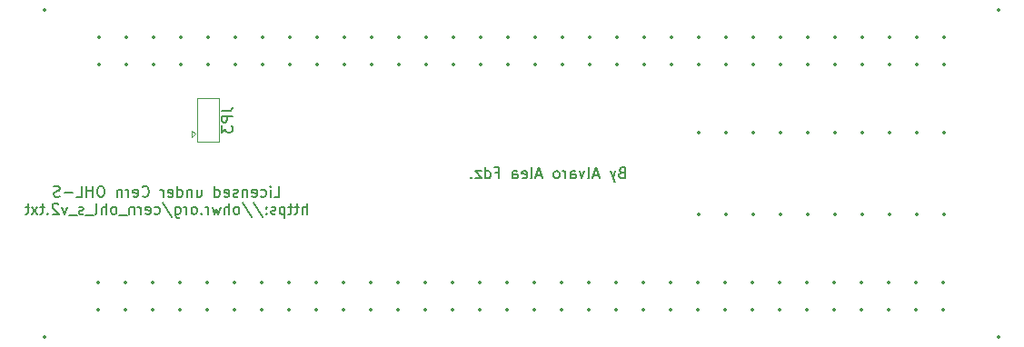
<source format=gbr>
%TF.GenerationSoftware,KiCad,Pcbnew,8.0.6+1*%
%TF.CreationDate,2024-12-06T18:57:37+01:00*%
%TF.ProjectId,qlexternal512kram_MIX,716c6578-7465-4726-9e61-6c3531326b72,3*%
%TF.SameCoordinates,Original*%
%TF.FileFunction,Legend,Bot*%
%TF.FilePolarity,Positive*%
%FSLAX46Y46*%
G04 Gerber Fmt 4.6, Leading zero omitted, Abs format (unit mm)*
G04 Created by KiCad (PCBNEW 8.0.6+1) date 2024-12-06 18:57:37*
%MOMM*%
%LPD*%
G01*
G04 APERTURE LIST*
%ADD10C,0.150000*%
%ADD11C,0.120000*%
%ADD12C,0.350000*%
G04 APERTURE END LIST*
D10*
X118680001Y-72674847D02*
X119156191Y-72674847D01*
X119156191Y-72674847D02*
X119156191Y-71674847D01*
X118346667Y-72674847D02*
X118346667Y-72008180D01*
X118346667Y-71674847D02*
X118394286Y-71722466D01*
X118394286Y-71722466D02*
X118346667Y-71770085D01*
X118346667Y-71770085D02*
X118299048Y-71722466D01*
X118299048Y-71722466D02*
X118346667Y-71674847D01*
X118346667Y-71674847D02*
X118346667Y-71770085D01*
X117441906Y-72627228D02*
X117537144Y-72674847D01*
X117537144Y-72674847D02*
X117727620Y-72674847D01*
X117727620Y-72674847D02*
X117822858Y-72627228D01*
X117822858Y-72627228D02*
X117870477Y-72579608D01*
X117870477Y-72579608D02*
X117918096Y-72484370D01*
X117918096Y-72484370D02*
X117918096Y-72198656D01*
X117918096Y-72198656D02*
X117870477Y-72103418D01*
X117870477Y-72103418D02*
X117822858Y-72055799D01*
X117822858Y-72055799D02*
X117727620Y-72008180D01*
X117727620Y-72008180D02*
X117537144Y-72008180D01*
X117537144Y-72008180D02*
X117441906Y-72055799D01*
X116632382Y-72627228D02*
X116727620Y-72674847D01*
X116727620Y-72674847D02*
X116918096Y-72674847D01*
X116918096Y-72674847D02*
X117013334Y-72627228D01*
X117013334Y-72627228D02*
X117060953Y-72531989D01*
X117060953Y-72531989D02*
X117060953Y-72151037D01*
X117060953Y-72151037D02*
X117013334Y-72055799D01*
X117013334Y-72055799D02*
X116918096Y-72008180D01*
X116918096Y-72008180D02*
X116727620Y-72008180D01*
X116727620Y-72008180D02*
X116632382Y-72055799D01*
X116632382Y-72055799D02*
X116584763Y-72151037D01*
X116584763Y-72151037D02*
X116584763Y-72246275D01*
X116584763Y-72246275D02*
X117060953Y-72341513D01*
X116156191Y-72008180D02*
X116156191Y-72674847D01*
X116156191Y-72103418D02*
X116108572Y-72055799D01*
X116108572Y-72055799D02*
X116013334Y-72008180D01*
X116013334Y-72008180D02*
X115870477Y-72008180D01*
X115870477Y-72008180D02*
X115775239Y-72055799D01*
X115775239Y-72055799D02*
X115727620Y-72151037D01*
X115727620Y-72151037D02*
X115727620Y-72674847D01*
X115299048Y-72627228D02*
X115203810Y-72674847D01*
X115203810Y-72674847D02*
X115013334Y-72674847D01*
X115013334Y-72674847D02*
X114918096Y-72627228D01*
X114918096Y-72627228D02*
X114870477Y-72531989D01*
X114870477Y-72531989D02*
X114870477Y-72484370D01*
X114870477Y-72484370D02*
X114918096Y-72389132D01*
X114918096Y-72389132D02*
X115013334Y-72341513D01*
X115013334Y-72341513D02*
X115156191Y-72341513D01*
X115156191Y-72341513D02*
X115251429Y-72293894D01*
X115251429Y-72293894D02*
X115299048Y-72198656D01*
X115299048Y-72198656D02*
X115299048Y-72151037D01*
X115299048Y-72151037D02*
X115251429Y-72055799D01*
X115251429Y-72055799D02*
X115156191Y-72008180D01*
X115156191Y-72008180D02*
X115013334Y-72008180D01*
X115013334Y-72008180D02*
X114918096Y-72055799D01*
X114060953Y-72627228D02*
X114156191Y-72674847D01*
X114156191Y-72674847D02*
X114346667Y-72674847D01*
X114346667Y-72674847D02*
X114441905Y-72627228D01*
X114441905Y-72627228D02*
X114489524Y-72531989D01*
X114489524Y-72531989D02*
X114489524Y-72151037D01*
X114489524Y-72151037D02*
X114441905Y-72055799D01*
X114441905Y-72055799D02*
X114346667Y-72008180D01*
X114346667Y-72008180D02*
X114156191Y-72008180D01*
X114156191Y-72008180D02*
X114060953Y-72055799D01*
X114060953Y-72055799D02*
X114013334Y-72151037D01*
X114013334Y-72151037D02*
X114013334Y-72246275D01*
X114013334Y-72246275D02*
X114489524Y-72341513D01*
X113156191Y-72674847D02*
X113156191Y-71674847D01*
X113156191Y-72627228D02*
X113251429Y-72674847D01*
X113251429Y-72674847D02*
X113441905Y-72674847D01*
X113441905Y-72674847D02*
X113537143Y-72627228D01*
X113537143Y-72627228D02*
X113584762Y-72579608D01*
X113584762Y-72579608D02*
X113632381Y-72484370D01*
X113632381Y-72484370D02*
X113632381Y-72198656D01*
X113632381Y-72198656D02*
X113584762Y-72103418D01*
X113584762Y-72103418D02*
X113537143Y-72055799D01*
X113537143Y-72055799D02*
X113441905Y-72008180D01*
X113441905Y-72008180D02*
X113251429Y-72008180D01*
X113251429Y-72008180D02*
X113156191Y-72055799D01*
X111489524Y-72008180D02*
X111489524Y-72674847D01*
X111918095Y-72008180D02*
X111918095Y-72531989D01*
X111918095Y-72531989D02*
X111870476Y-72627228D01*
X111870476Y-72627228D02*
X111775238Y-72674847D01*
X111775238Y-72674847D02*
X111632381Y-72674847D01*
X111632381Y-72674847D02*
X111537143Y-72627228D01*
X111537143Y-72627228D02*
X111489524Y-72579608D01*
X111013333Y-72008180D02*
X111013333Y-72674847D01*
X111013333Y-72103418D02*
X110965714Y-72055799D01*
X110965714Y-72055799D02*
X110870476Y-72008180D01*
X110870476Y-72008180D02*
X110727619Y-72008180D01*
X110727619Y-72008180D02*
X110632381Y-72055799D01*
X110632381Y-72055799D02*
X110584762Y-72151037D01*
X110584762Y-72151037D02*
X110584762Y-72674847D01*
X109680000Y-72674847D02*
X109680000Y-71674847D01*
X109680000Y-72627228D02*
X109775238Y-72674847D01*
X109775238Y-72674847D02*
X109965714Y-72674847D01*
X109965714Y-72674847D02*
X110060952Y-72627228D01*
X110060952Y-72627228D02*
X110108571Y-72579608D01*
X110108571Y-72579608D02*
X110156190Y-72484370D01*
X110156190Y-72484370D02*
X110156190Y-72198656D01*
X110156190Y-72198656D02*
X110108571Y-72103418D01*
X110108571Y-72103418D02*
X110060952Y-72055799D01*
X110060952Y-72055799D02*
X109965714Y-72008180D01*
X109965714Y-72008180D02*
X109775238Y-72008180D01*
X109775238Y-72008180D02*
X109680000Y-72055799D01*
X108822857Y-72627228D02*
X108918095Y-72674847D01*
X108918095Y-72674847D02*
X109108571Y-72674847D01*
X109108571Y-72674847D02*
X109203809Y-72627228D01*
X109203809Y-72627228D02*
X109251428Y-72531989D01*
X109251428Y-72531989D02*
X109251428Y-72151037D01*
X109251428Y-72151037D02*
X109203809Y-72055799D01*
X109203809Y-72055799D02*
X109108571Y-72008180D01*
X109108571Y-72008180D02*
X108918095Y-72008180D01*
X108918095Y-72008180D02*
X108822857Y-72055799D01*
X108822857Y-72055799D02*
X108775238Y-72151037D01*
X108775238Y-72151037D02*
X108775238Y-72246275D01*
X108775238Y-72246275D02*
X109251428Y-72341513D01*
X108346666Y-72674847D02*
X108346666Y-72008180D01*
X108346666Y-72198656D02*
X108299047Y-72103418D01*
X108299047Y-72103418D02*
X108251428Y-72055799D01*
X108251428Y-72055799D02*
X108156190Y-72008180D01*
X108156190Y-72008180D02*
X108060952Y-72008180D01*
X106394285Y-72579608D02*
X106441904Y-72627228D01*
X106441904Y-72627228D02*
X106584761Y-72674847D01*
X106584761Y-72674847D02*
X106679999Y-72674847D01*
X106679999Y-72674847D02*
X106822856Y-72627228D01*
X106822856Y-72627228D02*
X106918094Y-72531989D01*
X106918094Y-72531989D02*
X106965713Y-72436751D01*
X106965713Y-72436751D02*
X107013332Y-72246275D01*
X107013332Y-72246275D02*
X107013332Y-72103418D01*
X107013332Y-72103418D02*
X106965713Y-71912942D01*
X106965713Y-71912942D02*
X106918094Y-71817704D01*
X106918094Y-71817704D02*
X106822856Y-71722466D01*
X106822856Y-71722466D02*
X106679999Y-71674847D01*
X106679999Y-71674847D02*
X106584761Y-71674847D01*
X106584761Y-71674847D02*
X106441904Y-71722466D01*
X106441904Y-71722466D02*
X106394285Y-71770085D01*
X105584761Y-72627228D02*
X105679999Y-72674847D01*
X105679999Y-72674847D02*
X105870475Y-72674847D01*
X105870475Y-72674847D02*
X105965713Y-72627228D01*
X105965713Y-72627228D02*
X106013332Y-72531989D01*
X106013332Y-72531989D02*
X106013332Y-72151037D01*
X106013332Y-72151037D02*
X105965713Y-72055799D01*
X105965713Y-72055799D02*
X105870475Y-72008180D01*
X105870475Y-72008180D02*
X105679999Y-72008180D01*
X105679999Y-72008180D02*
X105584761Y-72055799D01*
X105584761Y-72055799D02*
X105537142Y-72151037D01*
X105537142Y-72151037D02*
X105537142Y-72246275D01*
X105537142Y-72246275D02*
X106013332Y-72341513D01*
X105108570Y-72674847D02*
X105108570Y-72008180D01*
X105108570Y-72198656D02*
X105060951Y-72103418D01*
X105060951Y-72103418D02*
X105013332Y-72055799D01*
X105013332Y-72055799D02*
X104918094Y-72008180D01*
X104918094Y-72008180D02*
X104822856Y-72008180D01*
X104489522Y-72008180D02*
X104489522Y-72674847D01*
X104489522Y-72103418D02*
X104441903Y-72055799D01*
X104441903Y-72055799D02*
X104346665Y-72008180D01*
X104346665Y-72008180D02*
X104203808Y-72008180D01*
X104203808Y-72008180D02*
X104108570Y-72055799D01*
X104108570Y-72055799D02*
X104060951Y-72151037D01*
X104060951Y-72151037D02*
X104060951Y-72674847D01*
X102632379Y-71674847D02*
X102441903Y-71674847D01*
X102441903Y-71674847D02*
X102346665Y-71722466D01*
X102346665Y-71722466D02*
X102251427Y-71817704D01*
X102251427Y-71817704D02*
X102203808Y-72008180D01*
X102203808Y-72008180D02*
X102203808Y-72341513D01*
X102203808Y-72341513D02*
X102251427Y-72531989D01*
X102251427Y-72531989D02*
X102346665Y-72627228D01*
X102346665Y-72627228D02*
X102441903Y-72674847D01*
X102441903Y-72674847D02*
X102632379Y-72674847D01*
X102632379Y-72674847D02*
X102727617Y-72627228D01*
X102727617Y-72627228D02*
X102822855Y-72531989D01*
X102822855Y-72531989D02*
X102870474Y-72341513D01*
X102870474Y-72341513D02*
X102870474Y-72008180D01*
X102870474Y-72008180D02*
X102822855Y-71817704D01*
X102822855Y-71817704D02*
X102727617Y-71722466D01*
X102727617Y-71722466D02*
X102632379Y-71674847D01*
X101775236Y-72674847D02*
X101775236Y-71674847D01*
X101775236Y-72151037D02*
X101203808Y-72151037D01*
X101203808Y-72674847D02*
X101203808Y-71674847D01*
X100251427Y-72674847D02*
X100727617Y-72674847D01*
X100727617Y-72674847D02*
X100727617Y-71674847D01*
X99918093Y-72293894D02*
X99156189Y-72293894D01*
X98727617Y-72627228D02*
X98584760Y-72674847D01*
X98584760Y-72674847D02*
X98346665Y-72674847D01*
X98346665Y-72674847D02*
X98251427Y-72627228D01*
X98251427Y-72627228D02*
X98203808Y-72579608D01*
X98203808Y-72579608D02*
X98156189Y-72484370D01*
X98156189Y-72484370D02*
X98156189Y-72389132D01*
X98156189Y-72389132D02*
X98203808Y-72293894D01*
X98203808Y-72293894D02*
X98251427Y-72246275D01*
X98251427Y-72246275D02*
X98346665Y-72198656D01*
X98346665Y-72198656D02*
X98537141Y-72151037D01*
X98537141Y-72151037D02*
X98632379Y-72103418D01*
X98632379Y-72103418D02*
X98679998Y-72055799D01*
X98679998Y-72055799D02*
X98727617Y-71960561D01*
X98727617Y-71960561D02*
X98727617Y-71865323D01*
X98727617Y-71865323D02*
X98679998Y-71770085D01*
X98679998Y-71770085D02*
X98632379Y-71722466D01*
X98632379Y-71722466D02*
X98537141Y-71674847D01*
X98537141Y-71674847D02*
X98299046Y-71674847D01*
X98299046Y-71674847D02*
X98156189Y-71722466D01*
X121727620Y-74284791D02*
X121727620Y-73284791D01*
X121299049Y-74284791D02*
X121299049Y-73760981D01*
X121299049Y-73760981D02*
X121346668Y-73665743D01*
X121346668Y-73665743D02*
X121441906Y-73618124D01*
X121441906Y-73618124D02*
X121584763Y-73618124D01*
X121584763Y-73618124D02*
X121680001Y-73665743D01*
X121680001Y-73665743D02*
X121727620Y-73713362D01*
X120965715Y-73618124D02*
X120584763Y-73618124D01*
X120822858Y-73284791D02*
X120822858Y-74141933D01*
X120822858Y-74141933D02*
X120775239Y-74237172D01*
X120775239Y-74237172D02*
X120680001Y-74284791D01*
X120680001Y-74284791D02*
X120584763Y-74284791D01*
X120394286Y-73618124D02*
X120013334Y-73618124D01*
X120251429Y-73284791D02*
X120251429Y-74141933D01*
X120251429Y-74141933D02*
X120203810Y-74237172D01*
X120203810Y-74237172D02*
X120108572Y-74284791D01*
X120108572Y-74284791D02*
X120013334Y-74284791D01*
X119680000Y-73618124D02*
X119680000Y-74618124D01*
X119680000Y-73665743D02*
X119584762Y-73618124D01*
X119584762Y-73618124D02*
X119394286Y-73618124D01*
X119394286Y-73618124D02*
X119299048Y-73665743D01*
X119299048Y-73665743D02*
X119251429Y-73713362D01*
X119251429Y-73713362D02*
X119203810Y-73808600D01*
X119203810Y-73808600D02*
X119203810Y-74094314D01*
X119203810Y-74094314D02*
X119251429Y-74189552D01*
X119251429Y-74189552D02*
X119299048Y-74237172D01*
X119299048Y-74237172D02*
X119394286Y-74284791D01*
X119394286Y-74284791D02*
X119584762Y-74284791D01*
X119584762Y-74284791D02*
X119680000Y-74237172D01*
X118822857Y-74237172D02*
X118727619Y-74284791D01*
X118727619Y-74284791D02*
X118537143Y-74284791D01*
X118537143Y-74284791D02*
X118441905Y-74237172D01*
X118441905Y-74237172D02*
X118394286Y-74141933D01*
X118394286Y-74141933D02*
X118394286Y-74094314D01*
X118394286Y-74094314D02*
X118441905Y-73999076D01*
X118441905Y-73999076D02*
X118537143Y-73951457D01*
X118537143Y-73951457D02*
X118680000Y-73951457D01*
X118680000Y-73951457D02*
X118775238Y-73903838D01*
X118775238Y-73903838D02*
X118822857Y-73808600D01*
X118822857Y-73808600D02*
X118822857Y-73760981D01*
X118822857Y-73760981D02*
X118775238Y-73665743D01*
X118775238Y-73665743D02*
X118680000Y-73618124D01*
X118680000Y-73618124D02*
X118537143Y-73618124D01*
X118537143Y-73618124D02*
X118441905Y-73665743D01*
X117965714Y-74189552D02*
X117918095Y-74237172D01*
X117918095Y-74237172D02*
X117965714Y-74284791D01*
X117965714Y-74284791D02*
X118013333Y-74237172D01*
X118013333Y-74237172D02*
X117965714Y-74189552D01*
X117965714Y-74189552D02*
X117965714Y-74284791D01*
X117965714Y-73665743D02*
X117918095Y-73713362D01*
X117918095Y-73713362D02*
X117965714Y-73760981D01*
X117965714Y-73760981D02*
X118013333Y-73713362D01*
X118013333Y-73713362D02*
X117965714Y-73665743D01*
X117965714Y-73665743D02*
X117965714Y-73760981D01*
X116775239Y-73237172D02*
X117632381Y-74522886D01*
X115727620Y-73237172D02*
X116584762Y-74522886D01*
X115251429Y-74284791D02*
X115346667Y-74237172D01*
X115346667Y-74237172D02*
X115394286Y-74189552D01*
X115394286Y-74189552D02*
X115441905Y-74094314D01*
X115441905Y-74094314D02*
X115441905Y-73808600D01*
X115441905Y-73808600D02*
X115394286Y-73713362D01*
X115394286Y-73713362D02*
X115346667Y-73665743D01*
X115346667Y-73665743D02*
X115251429Y-73618124D01*
X115251429Y-73618124D02*
X115108572Y-73618124D01*
X115108572Y-73618124D02*
X115013334Y-73665743D01*
X115013334Y-73665743D02*
X114965715Y-73713362D01*
X114965715Y-73713362D02*
X114918096Y-73808600D01*
X114918096Y-73808600D02*
X114918096Y-74094314D01*
X114918096Y-74094314D02*
X114965715Y-74189552D01*
X114965715Y-74189552D02*
X115013334Y-74237172D01*
X115013334Y-74237172D02*
X115108572Y-74284791D01*
X115108572Y-74284791D02*
X115251429Y-74284791D01*
X114489524Y-74284791D02*
X114489524Y-73284791D01*
X114060953Y-74284791D02*
X114060953Y-73760981D01*
X114060953Y-73760981D02*
X114108572Y-73665743D01*
X114108572Y-73665743D02*
X114203810Y-73618124D01*
X114203810Y-73618124D02*
X114346667Y-73618124D01*
X114346667Y-73618124D02*
X114441905Y-73665743D01*
X114441905Y-73665743D02*
X114489524Y-73713362D01*
X113680000Y-73618124D02*
X113489524Y-74284791D01*
X113489524Y-74284791D02*
X113299048Y-73808600D01*
X113299048Y-73808600D02*
X113108572Y-74284791D01*
X113108572Y-74284791D02*
X112918096Y-73618124D01*
X112537143Y-74284791D02*
X112537143Y-73618124D01*
X112537143Y-73808600D02*
X112489524Y-73713362D01*
X112489524Y-73713362D02*
X112441905Y-73665743D01*
X112441905Y-73665743D02*
X112346667Y-73618124D01*
X112346667Y-73618124D02*
X112251429Y-73618124D01*
X111918095Y-74189552D02*
X111870476Y-74237172D01*
X111870476Y-74237172D02*
X111918095Y-74284791D01*
X111918095Y-74284791D02*
X111965714Y-74237172D01*
X111965714Y-74237172D02*
X111918095Y-74189552D01*
X111918095Y-74189552D02*
X111918095Y-74284791D01*
X111299048Y-74284791D02*
X111394286Y-74237172D01*
X111394286Y-74237172D02*
X111441905Y-74189552D01*
X111441905Y-74189552D02*
X111489524Y-74094314D01*
X111489524Y-74094314D02*
X111489524Y-73808600D01*
X111489524Y-73808600D02*
X111441905Y-73713362D01*
X111441905Y-73713362D02*
X111394286Y-73665743D01*
X111394286Y-73665743D02*
X111299048Y-73618124D01*
X111299048Y-73618124D02*
X111156191Y-73618124D01*
X111156191Y-73618124D02*
X111060953Y-73665743D01*
X111060953Y-73665743D02*
X111013334Y-73713362D01*
X111013334Y-73713362D02*
X110965715Y-73808600D01*
X110965715Y-73808600D02*
X110965715Y-74094314D01*
X110965715Y-74094314D02*
X111013334Y-74189552D01*
X111013334Y-74189552D02*
X111060953Y-74237172D01*
X111060953Y-74237172D02*
X111156191Y-74284791D01*
X111156191Y-74284791D02*
X111299048Y-74284791D01*
X110537143Y-74284791D02*
X110537143Y-73618124D01*
X110537143Y-73808600D02*
X110489524Y-73713362D01*
X110489524Y-73713362D02*
X110441905Y-73665743D01*
X110441905Y-73665743D02*
X110346667Y-73618124D01*
X110346667Y-73618124D02*
X110251429Y-73618124D01*
X109489524Y-73618124D02*
X109489524Y-74427648D01*
X109489524Y-74427648D02*
X109537143Y-74522886D01*
X109537143Y-74522886D02*
X109584762Y-74570505D01*
X109584762Y-74570505D02*
X109680000Y-74618124D01*
X109680000Y-74618124D02*
X109822857Y-74618124D01*
X109822857Y-74618124D02*
X109918095Y-74570505D01*
X109489524Y-74237172D02*
X109584762Y-74284791D01*
X109584762Y-74284791D02*
X109775238Y-74284791D01*
X109775238Y-74284791D02*
X109870476Y-74237172D01*
X109870476Y-74237172D02*
X109918095Y-74189552D01*
X109918095Y-74189552D02*
X109965714Y-74094314D01*
X109965714Y-74094314D02*
X109965714Y-73808600D01*
X109965714Y-73808600D02*
X109918095Y-73713362D01*
X109918095Y-73713362D02*
X109870476Y-73665743D01*
X109870476Y-73665743D02*
X109775238Y-73618124D01*
X109775238Y-73618124D02*
X109584762Y-73618124D01*
X109584762Y-73618124D02*
X109489524Y-73665743D01*
X108299048Y-73237172D02*
X109156190Y-74522886D01*
X107537143Y-74237172D02*
X107632381Y-74284791D01*
X107632381Y-74284791D02*
X107822857Y-74284791D01*
X107822857Y-74284791D02*
X107918095Y-74237172D01*
X107918095Y-74237172D02*
X107965714Y-74189552D01*
X107965714Y-74189552D02*
X108013333Y-74094314D01*
X108013333Y-74094314D02*
X108013333Y-73808600D01*
X108013333Y-73808600D02*
X107965714Y-73713362D01*
X107965714Y-73713362D02*
X107918095Y-73665743D01*
X107918095Y-73665743D02*
X107822857Y-73618124D01*
X107822857Y-73618124D02*
X107632381Y-73618124D01*
X107632381Y-73618124D02*
X107537143Y-73665743D01*
X106727619Y-74237172D02*
X106822857Y-74284791D01*
X106822857Y-74284791D02*
X107013333Y-74284791D01*
X107013333Y-74284791D02*
X107108571Y-74237172D01*
X107108571Y-74237172D02*
X107156190Y-74141933D01*
X107156190Y-74141933D02*
X107156190Y-73760981D01*
X107156190Y-73760981D02*
X107108571Y-73665743D01*
X107108571Y-73665743D02*
X107013333Y-73618124D01*
X107013333Y-73618124D02*
X106822857Y-73618124D01*
X106822857Y-73618124D02*
X106727619Y-73665743D01*
X106727619Y-73665743D02*
X106680000Y-73760981D01*
X106680000Y-73760981D02*
X106680000Y-73856219D01*
X106680000Y-73856219D02*
X107156190Y-73951457D01*
X106251428Y-74284791D02*
X106251428Y-73618124D01*
X106251428Y-73808600D02*
X106203809Y-73713362D01*
X106203809Y-73713362D02*
X106156190Y-73665743D01*
X106156190Y-73665743D02*
X106060952Y-73618124D01*
X106060952Y-73618124D02*
X105965714Y-73618124D01*
X105632380Y-73618124D02*
X105632380Y-74284791D01*
X105632380Y-73713362D02*
X105584761Y-73665743D01*
X105584761Y-73665743D02*
X105489523Y-73618124D01*
X105489523Y-73618124D02*
X105346666Y-73618124D01*
X105346666Y-73618124D02*
X105251428Y-73665743D01*
X105251428Y-73665743D02*
X105203809Y-73760981D01*
X105203809Y-73760981D02*
X105203809Y-74284791D01*
X104965714Y-74380029D02*
X104203809Y-74380029D01*
X103822856Y-74284791D02*
X103918094Y-74237172D01*
X103918094Y-74237172D02*
X103965713Y-74189552D01*
X103965713Y-74189552D02*
X104013332Y-74094314D01*
X104013332Y-74094314D02*
X104013332Y-73808600D01*
X104013332Y-73808600D02*
X103965713Y-73713362D01*
X103965713Y-73713362D02*
X103918094Y-73665743D01*
X103918094Y-73665743D02*
X103822856Y-73618124D01*
X103822856Y-73618124D02*
X103679999Y-73618124D01*
X103679999Y-73618124D02*
X103584761Y-73665743D01*
X103584761Y-73665743D02*
X103537142Y-73713362D01*
X103537142Y-73713362D02*
X103489523Y-73808600D01*
X103489523Y-73808600D02*
X103489523Y-74094314D01*
X103489523Y-74094314D02*
X103537142Y-74189552D01*
X103537142Y-74189552D02*
X103584761Y-74237172D01*
X103584761Y-74237172D02*
X103679999Y-74284791D01*
X103679999Y-74284791D02*
X103822856Y-74284791D01*
X103060951Y-74284791D02*
X103060951Y-73284791D01*
X102632380Y-74284791D02*
X102632380Y-73760981D01*
X102632380Y-73760981D02*
X102679999Y-73665743D01*
X102679999Y-73665743D02*
X102775237Y-73618124D01*
X102775237Y-73618124D02*
X102918094Y-73618124D01*
X102918094Y-73618124D02*
X103013332Y-73665743D01*
X103013332Y-73665743D02*
X103060951Y-73713362D01*
X102013332Y-74284791D02*
X102108570Y-74237172D01*
X102108570Y-74237172D02*
X102156189Y-74141933D01*
X102156189Y-74141933D02*
X102156189Y-73284791D01*
X101870475Y-74380029D02*
X101108570Y-74380029D01*
X100918093Y-74237172D02*
X100822855Y-74284791D01*
X100822855Y-74284791D02*
X100632379Y-74284791D01*
X100632379Y-74284791D02*
X100537141Y-74237172D01*
X100537141Y-74237172D02*
X100489522Y-74141933D01*
X100489522Y-74141933D02*
X100489522Y-74094314D01*
X100489522Y-74094314D02*
X100537141Y-73999076D01*
X100537141Y-73999076D02*
X100632379Y-73951457D01*
X100632379Y-73951457D02*
X100775236Y-73951457D01*
X100775236Y-73951457D02*
X100870474Y-73903838D01*
X100870474Y-73903838D02*
X100918093Y-73808600D01*
X100918093Y-73808600D02*
X100918093Y-73760981D01*
X100918093Y-73760981D02*
X100870474Y-73665743D01*
X100870474Y-73665743D02*
X100775236Y-73618124D01*
X100775236Y-73618124D02*
X100632379Y-73618124D01*
X100632379Y-73618124D02*
X100537141Y-73665743D01*
X100299046Y-74380029D02*
X99537141Y-74380029D01*
X99394283Y-73618124D02*
X99156188Y-74284791D01*
X99156188Y-74284791D02*
X98918093Y-73618124D01*
X98584759Y-73380029D02*
X98537140Y-73332410D01*
X98537140Y-73332410D02*
X98441902Y-73284791D01*
X98441902Y-73284791D02*
X98203807Y-73284791D01*
X98203807Y-73284791D02*
X98108569Y-73332410D01*
X98108569Y-73332410D02*
X98060950Y-73380029D01*
X98060950Y-73380029D02*
X98013331Y-73475267D01*
X98013331Y-73475267D02*
X98013331Y-73570505D01*
X98013331Y-73570505D02*
X98060950Y-73713362D01*
X98060950Y-73713362D02*
X98632378Y-74284791D01*
X98632378Y-74284791D02*
X98013331Y-74284791D01*
X97584759Y-74189552D02*
X97537140Y-74237172D01*
X97537140Y-74237172D02*
X97584759Y-74284791D01*
X97584759Y-74284791D02*
X97632378Y-74237172D01*
X97632378Y-74237172D02*
X97584759Y-74189552D01*
X97584759Y-74189552D02*
X97584759Y-74284791D01*
X97251426Y-73618124D02*
X96870474Y-73618124D01*
X97108569Y-73284791D02*
X97108569Y-74141933D01*
X97108569Y-74141933D02*
X97060950Y-74237172D01*
X97060950Y-74237172D02*
X96965712Y-74284791D01*
X96965712Y-74284791D02*
X96870474Y-74284791D01*
X96632378Y-74284791D02*
X96108569Y-73618124D01*
X96632378Y-73618124D02*
X96108569Y-74284791D01*
X95870473Y-73618124D02*
X95489521Y-73618124D01*
X95727616Y-73284791D02*
X95727616Y-74141933D01*
X95727616Y-74141933D02*
X95679997Y-74237172D01*
X95679997Y-74237172D02*
X95584759Y-74284791D01*
X95584759Y-74284791D02*
X95489521Y-74284791D01*
X151073334Y-70416009D02*
X150930477Y-70463628D01*
X150930477Y-70463628D02*
X150882858Y-70511247D01*
X150882858Y-70511247D02*
X150835239Y-70606485D01*
X150835239Y-70606485D02*
X150835239Y-70749342D01*
X150835239Y-70749342D02*
X150882858Y-70844580D01*
X150882858Y-70844580D02*
X150930477Y-70892200D01*
X150930477Y-70892200D02*
X151025715Y-70939819D01*
X151025715Y-70939819D02*
X151406667Y-70939819D01*
X151406667Y-70939819D02*
X151406667Y-69939819D01*
X151406667Y-69939819D02*
X151073334Y-69939819D01*
X151073334Y-69939819D02*
X150978096Y-69987438D01*
X150978096Y-69987438D02*
X150930477Y-70035057D01*
X150930477Y-70035057D02*
X150882858Y-70130295D01*
X150882858Y-70130295D02*
X150882858Y-70225533D01*
X150882858Y-70225533D02*
X150930477Y-70320771D01*
X150930477Y-70320771D02*
X150978096Y-70368390D01*
X150978096Y-70368390D02*
X151073334Y-70416009D01*
X151073334Y-70416009D02*
X151406667Y-70416009D01*
X150501905Y-70273152D02*
X150263810Y-70939819D01*
X150025715Y-70273152D02*
X150263810Y-70939819D01*
X150263810Y-70939819D02*
X150359048Y-71177914D01*
X150359048Y-71177914D02*
X150406667Y-71225533D01*
X150406667Y-71225533D02*
X150501905Y-71273152D01*
X148930476Y-70654104D02*
X148454286Y-70654104D01*
X149025714Y-70939819D02*
X148692381Y-69939819D01*
X148692381Y-69939819D02*
X148359048Y-70939819D01*
X147882857Y-70939819D02*
X147978095Y-70892200D01*
X147978095Y-70892200D02*
X148025714Y-70796961D01*
X148025714Y-70796961D02*
X148025714Y-69939819D01*
X147597142Y-70273152D02*
X147359047Y-70939819D01*
X147359047Y-70939819D02*
X147120952Y-70273152D01*
X146311428Y-70939819D02*
X146311428Y-70416009D01*
X146311428Y-70416009D02*
X146359047Y-70320771D01*
X146359047Y-70320771D02*
X146454285Y-70273152D01*
X146454285Y-70273152D02*
X146644761Y-70273152D01*
X146644761Y-70273152D02*
X146739999Y-70320771D01*
X146311428Y-70892200D02*
X146406666Y-70939819D01*
X146406666Y-70939819D02*
X146644761Y-70939819D01*
X146644761Y-70939819D02*
X146739999Y-70892200D01*
X146739999Y-70892200D02*
X146787618Y-70796961D01*
X146787618Y-70796961D02*
X146787618Y-70701723D01*
X146787618Y-70701723D02*
X146739999Y-70606485D01*
X146739999Y-70606485D02*
X146644761Y-70558866D01*
X146644761Y-70558866D02*
X146406666Y-70558866D01*
X146406666Y-70558866D02*
X146311428Y-70511247D01*
X145835237Y-70939819D02*
X145835237Y-70273152D01*
X145835237Y-70463628D02*
X145787618Y-70368390D01*
X145787618Y-70368390D02*
X145739999Y-70320771D01*
X145739999Y-70320771D02*
X145644761Y-70273152D01*
X145644761Y-70273152D02*
X145549523Y-70273152D01*
X145073332Y-70939819D02*
X145168570Y-70892200D01*
X145168570Y-70892200D02*
X145216189Y-70844580D01*
X145216189Y-70844580D02*
X145263808Y-70749342D01*
X145263808Y-70749342D02*
X145263808Y-70463628D01*
X145263808Y-70463628D02*
X145216189Y-70368390D01*
X145216189Y-70368390D02*
X145168570Y-70320771D01*
X145168570Y-70320771D02*
X145073332Y-70273152D01*
X145073332Y-70273152D02*
X144930475Y-70273152D01*
X144930475Y-70273152D02*
X144835237Y-70320771D01*
X144835237Y-70320771D02*
X144787618Y-70368390D01*
X144787618Y-70368390D02*
X144739999Y-70463628D01*
X144739999Y-70463628D02*
X144739999Y-70749342D01*
X144739999Y-70749342D02*
X144787618Y-70844580D01*
X144787618Y-70844580D02*
X144835237Y-70892200D01*
X144835237Y-70892200D02*
X144930475Y-70939819D01*
X144930475Y-70939819D02*
X145073332Y-70939819D01*
X143597141Y-70654104D02*
X143120951Y-70654104D01*
X143692379Y-70939819D02*
X143359046Y-69939819D01*
X143359046Y-69939819D02*
X143025713Y-70939819D01*
X142549522Y-70939819D02*
X142644760Y-70892200D01*
X142644760Y-70892200D02*
X142692379Y-70796961D01*
X142692379Y-70796961D02*
X142692379Y-69939819D01*
X141787617Y-70892200D02*
X141882855Y-70939819D01*
X141882855Y-70939819D02*
X142073331Y-70939819D01*
X142073331Y-70939819D02*
X142168569Y-70892200D01*
X142168569Y-70892200D02*
X142216188Y-70796961D01*
X142216188Y-70796961D02*
X142216188Y-70416009D01*
X142216188Y-70416009D02*
X142168569Y-70320771D01*
X142168569Y-70320771D02*
X142073331Y-70273152D01*
X142073331Y-70273152D02*
X141882855Y-70273152D01*
X141882855Y-70273152D02*
X141787617Y-70320771D01*
X141787617Y-70320771D02*
X141739998Y-70416009D01*
X141739998Y-70416009D02*
X141739998Y-70511247D01*
X141739998Y-70511247D02*
X142216188Y-70606485D01*
X140882855Y-70939819D02*
X140882855Y-70416009D01*
X140882855Y-70416009D02*
X140930474Y-70320771D01*
X140930474Y-70320771D02*
X141025712Y-70273152D01*
X141025712Y-70273152D02*
X141216188Y-70273152D01*
X141216188Y-70273152D02*
X141311426Y-70320771D01*
X140882855Y-70892200D02*
X140978093Y-70939819D01*
X140978093Y-70939819D02*
X141216188Y-70939819D01*
X141216188Y-70939819D02*
X141311426Y-70892200D01*
X141311426Y-70892200D02*
X141359045Y-70796961D01*
X141359045Y-70796961D02*
X141359045Y-70701723D01*
X141359045Y-70701723D02*
X141311426Y-70606485D01*
X141311426Y-70606485D02*
X141216188Y-70558866D01*
X141216188Y-70558866D02*
X140978093Y-70558866D01*
X140978093Y-70558866D02*
X140882855Y-70511247D01*
X139311426Y-70416009D02*
X139644759Y-70416009D01*
X139644759Y-70939819D02*
X139644759Y-69939819D01*
X139644759Y-69939819D02*
X139168569Y-69939819D01*
X138359045Y-70939819D02*
X138359045Y-69939819D01*
X138359045Y-70892200D02*
X138454283Y-70939819D01*
X138454283Y-70939819D02*
X138644759Y-70939819D01*
X138644759Y-70939819D02*
X138739997Y-70892200D01*
X138739997Y-70892200D02*
X138787616Y-70844580D01*
X138787616Y-70844580D02*
X138835235Y-70749342D01*
X138835235Y-70749342D02*
X138835235Y-70463628D01*
X138835235Y-70463628D02*
X138787616Y-70368390D01*
X138787616Y-70368390D02*
X138739997Y-70320771D01*
X138739997Y-70320771D02*
X138644759Y-70273152D01*
X138644759Y-70273152D02*
X138454283Y-70273152D01*
X138454283Y-70273152D02*
X138359045Y-70320771D01*
X137978092Y-70273152D02*
X137454283Y-70273152D01*
X137454283Y-70273152D02*
X137978092Y-70939819D01*
X137978092Y-70939819D02*
X137454283Y-70939819D01*
X137073330Y-70844580D02*
X137025711Y-70892200D01*
X137025711Y-70892200D02*
X137073330Y-70939819D01*
X137073330Y-70939819D02*
X137120949Y-70892200D01*
X137120949Y-70892200D02*
X137073330Y-70844580D01*
X137073330Y-70844580D02*
X137073330Y-70939819D01*
X113785719Y-64673266D02*
X114500004Y-64673266D01*
X114500004Y-64673266D02*
X114642861Y-64625647D01*
X114642861Y-64625647D02*
X114738100Y-64530409D01*
X114738100Y-64530409D02*
X114785719Y-64387552D01*
X114785719Y-64387552D02*
X114785719Y-64292314D01*
X114785719Y-65149457D02*
X113785719Y-65149457D01*
X113785719Y-65149457D02*
X113785719Y-65530409D01*
X113785719Y-65530409D02*
X113833338Y-65625647D01*
X113833338Y-65625647D02*
X113880957Y-65673266D01*
X113880957Y-65673266D02*
X113976195Y-65720885D01*
X113976195Y-65720885D02*
X114119052Y-65720885D01*
X114119052Y-65720885D02*
X114214290Y-65673266D01*
X114214290Y-65673266D02*
X114261909Y-65625647D01*
X114261909Y-65625647D02*
X114309528Y-65530409D01*
X114309528Y-65530409D02*
X114309528Y-65149457D01*
X113785719Y-66054219D02*
X113785719Y-66673266D01*
X113785719Y-66673266D02*
X114166671Y-66339933D01*
X114166671Y-66339933D02*
X114166671Y-66482790D01*
X114166671Y-66482790D02*
X114214290Y-66578028D01*
X114214290Y-66578028D02*
X114261909Y-66625647D01*
X114261909Y-66625647D02*
X114357147Y-66673266D01*
X114357147Y-66673266D02*
X114595242Y-66673266D01*
X114595242Y-66673266D02*
X114690480Y-66625647D01*
X114690480Y-66625647D02*
X114738100Y-66578028D01*
X114738100Y-66578028D02*
X114785719Y-66482790D01*
X114785719Y-66482790D02*
X114785719Y-66197076D01*
X114785719Y-66197076D02*
X114738100Y-66101838D01*
X114738100Y-66101838D02*
X114690480Y-66054219D01*
D11*
%TO.C,JP3*%
X111030900Y-66506600D02*
X111030900Y-67106600D01*
X111030900Y-66506600D02*
X111330900Y-66806600D01*
X111030900Y-67106600D02*
X111330900Y-66806600D01*
X111530900Y-63456600D02*
X113530900Y-63456600D01*
X111530900Y-67556600D02*
X111530900Y-63456600D01*
X113530900Y-63456600D02*
X113530900Y-67556600D01*
X113530900Y-67556600D02*
X111530900Y-67556600D01*
%TD*%
D12*
X97250000Y-55245000D03*
X186150000Y-55245000D03*
X181070000Y-57785000D03*
X178530000Y-57785000D03*
X175990000Y-57785000D03*
X173450000Y-57785000D03*
X170910000Y-57785000D03*
X168370000Y-57785000D03*
X165830000Y-57785000D03*
X163290000Y-57785000D03*
X160750000Y-57785000D03*
X158210000Y-57785000D03*
X155670000Y-57785000D03*
X153130000Y-57785000D03*
X150590000Y-57785000D03*
X148050000Y-57785000D03*
X145510000Y-57785000D03*
X142970000Y-57785000D03*
X140430000Y-57785000D03*
X137890000Y-57785000D03*
X135350000Y-57785000D03*
X132810000Y-57785000D03*
X130270000Y-57785000D03*
X127730000Y-57785000D03*
X125190000Y-57785000D03*
X122650000Y-57785000D03*
X120110000Y-57785000D03*
X117570000Y-57785000D03*
X115030000Y-57785000D03*
X112490000Y-57785000D03*
X109950000Y-57785000D03*
X107410000Y-57785000D03*
X104870000Y-57785000D03*
X102330000Y-57785000D03*
X181070000Y-60325000D03*
X178530000Y-60325000D03*
X175990000Y-60325000D03*
X173450000Y-60325000D03*
X170910000Y-60325000D03*
X168370000Y-60325000D03*
X165830000Y-60325000D03*
X163290000Y-60325000D03*
X160750000Y-60325000D03*
X158210000Y-60325000D03*
X155670000Y-60325000D03*
X153130000Y-60325000D03*
X150590000Y-60325000D03*
X148050000Y-60325000D03*
X145510000Y-60325000D03*
X142970000Y-60325000D03*
X140430000Y-60325000D03*
X137890000Y-60325000D03*
X135350000Y-60325000D03*
X132810000Y-60325000D03*
X130270000Y-60325000D03*
X127730000Y-60325000D03*
X125190000Y-60325000D03*
X122650000Y-60325000D03*
X120110000Y-60325000D03*
X117570000Y-60325000D03*
X115030000Y-60325000D03*
X112490000Y-60325000D03*
X109950000Y-60325000D03*
X107410000Y-60325000D03*
X104870000Y-60325000D03*
X102330000Y-60325000D03*
X186150000Y-85725000D03*
X97250000Y-85725000D03*
X181060000Y-83185000D03*
X178520000Y-83185000D03*
X175980000Y-83185000D03*
X173440000Y-83185000D03*
X170900000Y-83185000D03*
X168360000Y-83185000D03*
X165820000Y-83185000D03*
X163280000Y-83185000D03*
X160740000Y-83185000D03*
X158200000Y-83185000D03*
X155660000Y-83185000D03*
X153120000Y-83185000D03*
X150580000Y-83185000D03*
X148040000Y-83185000D03*
X145500000Y-83185000D03*
X142960000Y-83185000D03*
X140420000Y-83185000D03*
X137880000Y-83185000D03*
X135340000Y-83185000D03*
X132800000Y-83185000D03*
X130260000Y-83185000D03*
X127720000Y-83185000D03*
X125180000Y-83185000D03*
X122640000Y-83185000D03*
X120100000Y-83185000D03*
X117560000Y-83185000D03*
X115020000Y-83185000D03*
X112480000Y-83185000D03*
X109940000Y-83185000D03*
X107400000Y-83185000D03*
X104860000Y-83185000D03*
X102320000Y-83185000D03*
X181060000Y-80645000D03*
X178520000Y-80645000D03*
X175980000Y-80645000D03*
X173440000Y-80645000D03*
X170900000Y-80645000D03*
X168360000Y-80645000D03*
X165820000Y-80645000D03*
X163280000Y-80645000D03*
X160740000Y-80645000D03*
X158200000Y-80645000D03*
X155660000Y-80645000D03*
X153120000Y-80645000D03*
X150580000Y-80645000D03*
X148040000Y-80645000D03*
X145500000Y-80645000D03*
X142960000Y-80645000D03*
X140420000Y-80645000D03*
X137880000Y-80645000D03*
X135340000Y-80645000D03*
X132800000Y-80645000D03*
X130260000Y-80645000D03*
X127720000Y-80645000D03*
X125180000Y-80645000D03*
X122640000Y-80645000D03*
X120100000Y-80645000D03*
X117560000Y-80645000D03*
X115020000Y-80645000D03*
X112480000Y-80645000D03*
X109940000Y-80645000D03*
X107400000Y-80645000D03*
X104860000Y-80645000D03*
X102320000Y-80645000D03*
X158215000Y-74310000D03*
X160755000Y-74310000D03*
X163295000Y-74310000D03*
X165835000Y-74310000D03*
X168375000Y-74310000D03*
X170915000Y-74310000D03*
X173455000Y-74310000D03*
X175995000Y-74310000D03*
X178535000Y-74310000D03*
X181075000Y-74310000D03*
X181075000Y-66690000D03*
X178535000Y-66690000D03*
X175995000Y-66690000D03*
X173455000Y-66690000D03*
X170915000Y-66690000D03*
X168375000Y-66690000D03*
X165835000Y-66690000D03*
X163295000Y-66690000D03*
X160755000Y-66690000D03*
X158215000Y-66690000D03*
M02*

</source>
